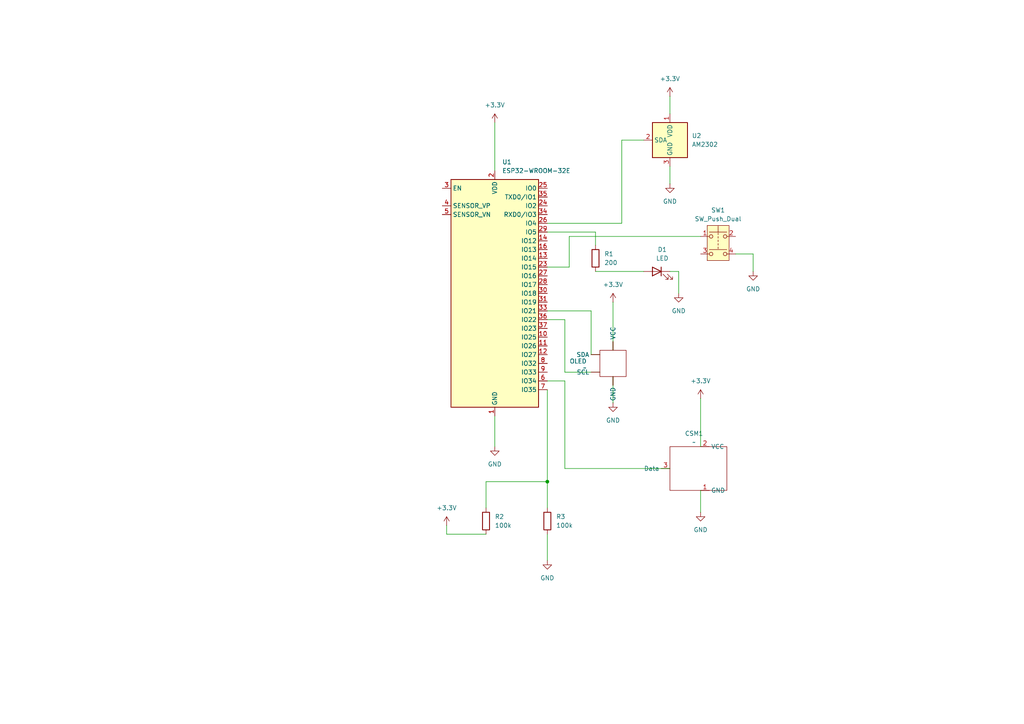
<source format=kicad_sch>
(kicad_sch (version 20250114) (generator "eeschema") (generator_version "9.0")
  (paper "A4")
  (lib_symbols
    (symbol "Device:LED" (pin_numbers (hide yes)) (pin_names (offset 1.016) (hide yes))
      (property "Reference" "D" (at 0 2.54 0))
      (property "Value" "LED" (at 0 -2.54 0))
      (symbol "LED_0_1"
        (polyline (pts (xy -3.048 -0.762) (xy -4.572 -2.286) (xy -3.81 -2.286) (xy -4.572 -2.286) (xy -4.572 -1.524)))
        (polyline (pts (xy -1.778 -0.762) (xy -3.302 -2.286) (xy -2.54 -2.286) (xy -3.302 -2.286) (xy -3.302 -1.524)))
        (polyline (pts (xy -1.27 0) (xy 1.27 0)))
        (polyline (pts (xy -1.27 -1.27) (xy -1.27 1.27)) (stroke (width 0.254)))
        (polyline (pts (xy 1.27 -1.27) (xy 1.27 1.27) (xy -1.27 0) (xy 1.27 -1.27)) (stroke (width 0.254)))
      )
      (symbol "LED_1_1"
        (pin passive line (at -3.81 0 0) (length 2.54) (name "K") (number "1"))
        (pin passive line (at 3.81 0 180) (length 2.54) (name "A") (number "2"))
      )
    )
    (symbol "Device:R" (pin_numbers (hide yes)) (pin_names (offset 0))
      (property "Reference" "R" (at 2.032 0 90))
      (property "Value" "R" (at 0 0 90))
      (symbol "R_0_1"
        (rectangle (start -1.016 -2.54) (end 1.016 2.54) (stroke (width 0.254)))
      )
      (symbol "R_1_1"
        (pin passive line (at 0 3.81 270) (length 1.27) (name "~") (number "1"))
        (pin passive line (at 0 -3.81 90) (length 1.27) (name "~") (number "2"))
      )
    )
    (symbol "RF_Module:ESP32-WROOM-32E"
      (property "Reference" "U" (at -12.7 34.29 0))
      (property "Value" "ESP32-WROOM-32E" (at 1.27 34.29 0))
      (symbol "ESP32-WROOM-32E_0_1"
        (rectangle (start -12.7 33.02) (end 12.7 -33.02) (stroke (width 0.254)) (fill (type background)))
      )
      (symbol "ESP32-WROOM-32E_1_1"
        (pin input line (at -15.24 30.48 0) (length 2.54) (name "EN") (number "3"))
        (pin input line (at -15.24 25.4 0) (length 2.54) (name "SENSOR_VP") (number "4"))
        (pin input line (at -15.24 22.86 0) (length 2.54) (name "SENSOR_VN") (number "5"))
        (pin no_connect line (at -12.7 0 0) (length 2.54) (hide yes) (name "NC") (number "21"))
        (pin no_connect line (at -12.7 -2.54 0) (length 2.54) (hide yes) (name "NC") (number "22"))
        (pin no_connect line (at -12.7 -5.08 0) (length 2.54) (hide yes) (name "NC") (number "17"))
        (pin no_connect line (at -12.7 -7.62 0) (length 2.54) (hide yes) (name "NC") (number "18"))
        (pin no_connect line (at -12.7 -10.16 0) (length 2.54) (hide yes) (name "NC") (number "20"))
        (pin no_connect line (at -12.7 -12.7 0) (length 2.54) (hide yes) (name "NC") (number "19"))
        (pin no_connect line (at -12.7 -27.94 0) (length 2.54) (hide yes) (name "NC") (number "32"))
        (pin power_in line (at 0 35.56 270) (length 2.54) (name "VDD") (number "2"))
        (pin power_in line (at 0 -35.56 90) (length 2.54) (name "GND") (number "1"))
        (pin passive line (at 0 -35.56 90) (length 2.54) (hide yes) (name "GND") (number "15"))
        (pin passive line (at 0 -35.56 90) (length 2.54) (hide yes) (name "GND") (number "38"))
        (pin passive line (at 0 -35.56 90) (length 2.54) (hide yes) (name "GND") (number "39"))
        (pin bidirectional line (at 15.24 30.48 180) (length 2.54) (name "IO0") (number "25"))
        (pin bidirectional line (at 15.24 27.94 180) (length 2.54) (name "TXD0/IO1") (number "35"))
        (pin bidirectional line (at 15.24 25.4 180) (length 2.54) (name "IO2") (number "24"))
        (pin bidirectional line (at 15.24 22.86 180) (length 2.54) (name "RXD0/IO3") (number "34"))
        (pin bidirectional line (at 15.24 20.32 180) (length 2.54) (name "IO4") (number "26"))
        (pin bidirectional line (at 15.24 17.78 180) (length 2.54) (name "IO5") (number "29"))
        (pin bidirectional line (at 15.24 15.24 180) (length 2.54) (name "IO12") (number "14"))
        (pin bidirectional line (at 15.24 12.7 180) (length 2.54) (name "IO13") (number "16"))
        (pin bidirectional line (at 15.24 10.16 180) (length 2.54) (name "IO14") (number "13"))
        (pin bidirectional line (at 15.24 7.62 180) (length 2.54) (name "IO15") (number "23"))
        (pin bidirectional line (at 15.24 5.08 180) (length 2.54) (name "IO16") (number "27"))
        (pin bidirectional line (at 15.24 2.54 180) (length 2.54) (name "IO17") (number "28"))
        (pin bidirectional line (at 15.24 0 180) (length 2.54) (name "IO18") (number "30"))
        (pin bidirectional line (at 15.24 -2.54 180) (length 2.54) (name "IO19") (number "31"))
        (pin bidirectional line (at 15.24 -5.08 180) (length 2.54) (name "IO21") (number "33"))
        (pin bidirectional line (at 15.24 -7.62 180) (length 2.54) (name "IO22") (number "36"))
        (pin bidirectional line (at 15.24 -10.16 180) (length 2.54) (name "IO23") (number "37"))
        (pin bidirectional line (at 15.24 -12.7 180) (length 2.54) (name "IO25") (number "10"))
        (pin bidirectional line (at 15.24 -15.24 180) (length 2.54) (name "IO26") (number "11"))
        (pin bidirectional line (at 15.24 -17.78 180) (length 2.54) (name "IO27") (number "12"))
        (pin bidirectional line (at 15.24 -20.32 180) (length 2.54) (name "IO32") (number "8"))
        (pin bidirectional line (at 15.24 -22.86 180) (length 2.54) (name "IO33") (number "9"))
        (pin input line (at 15.24 -25.4 180) (length 2.54) (name "IO34") (number "6"))
        (pin input line (at 15.24 -27.94 180) (length 2.54) (name "IO35") (number "7"))
      )
    )
    (symbol "Sensor:AM2302"
      (property "Reference" "U" (at -3.81 6.35 0))
      (property "Value" "AM2302" (at 3.81 6.35 0))
      (symbol "AM2302_0_1"
        (rectangle (start -5.08 5.08) (end 5.08 -5.08) (stroke (width 0.254)) (fill (type background)))
      )
      (symbol "AM2302_1_1"
        (pin power_in line (at 0 7.62 270) (length 2.54) (name "VDD") (number "1"))
        (pin power_in line (at 0 -7.62 90) (length 2.54) (name "GND") (number "3"))
        (pin passive line (at 0 -7.62 90) (length 2.54) (hide yes) (name "GND") (number "4"))
        (pin bidirectional line (at 7.62 0 180) (length 2.54) (name "SDA") (number "2"))
      )
    )
    (symbol "Switch:SW_Push_Dual" (pin_names (offset 1.016) (hide yes))
      (property "Reference" "SW" (at 0 7.62 0))
      (property "Value" "SW_Push_Dual" (at 0 -6.35 0))
      (symbol "SW_Push_Dual_0_1"
        (circle (center -2.032 2.54) (radius 0.508))
        (circle (center -2.032 -2.54) (radius 0.508))
        (polyline (pts (xy 0 3.81) (xy 0 5.588)))
        (polyline (pts (xy 0 3.048) (xy 0 3.556)))
        (polyline (pts (xy 0 2.032) (xy 0 2.54)))
        (polyline (pts (xy 0 1.016) (xy 0 1.524)))
        (polyline (pts (xy 0 0.508) (xy 0 0)))
        (polyline (pts (xy 0 -0.508) (xy 0 -1.016)))
        (circle (center 2.032 2.54) (radius 0.508))
        (circle (center 2.032 -2.54) (radius 0.508))
        (polyline (pts (xy 2.54 3.81) (xy -2.54 3.81)))
        (polyline (pts (xy 2.54 -1.27) (xy -2.54 -1.27)))
        (pin passive line (at -5.08 2.54 0) (length 2.54) (name "1") (number "1"))
        (pin passive line (at -5.08 -2.54 0) (length 2.54) (name "3") (number "3"))
        (pin passive line (at 5.08 2.54 180) (length 2.54) (name "2") (number "2"))
        (pin passive line (at 5.08 -2.54 180) (length 2.54) (name "4") (number "4"))
      )
      (symbol "SW_Push_Dual_1_1"
        (rectangle (start -3.175 5.715) (end 3.175 -4.445) (fill (type background)))
      )
    )
    (symbol "power:+3.3V" (power) (pin_numbers (hide yes)) (pin_names (offset 0) (hide yes))
      (property "Value" "+3.3V" (at 0 3.556 0))
      (symbol "+3.3V_0_1"
        (polyline (pts (xy -0.762 1.27) (xy 0 2.54)))
        (polyline (pts (xy 0 2.54) (xy 0.762 1.27)))
        (polyline (pts (xy 0 0) (xy 0 2.54)))
      )
      (symbol "+3.3V_1_1"
        (pin power_in line (at 0 0 90) (length 0) (name "~") (number "1"))
      )
    )
    (symbol "power:GND" (power) (pin_numbers (hide yes)) (pin_names (offset 0) (hide yes))
      (property "Value" "GND" (at 0 -3.81 0))
      (symbol "GND_0_1"
        (polyline (pts (xy 0 0) (xy 0 -1.27) (xy 1.27 -1.27) (xy 0 -2.54) (xy -1.27 -1.27) (xy 0 -1.27)))
      )
      (symbol "GND_1_1"
        (pin power_in line (at 0 0 270) (length 0) (name "~") (number "1"))
      )
    )
    (symbol "symbol_lib:Capacitive Soil Moisture"
      (property "Reference" "CSM" (at 0 0 0))
      (symbol "Capacitive Soil Moisture_0_1"
        (rectangle (start -8.89 6.35) (end 7.62 -6.35))
      )
      (symbol "Capacitive Soil Moisture_1_1"
        (pin output line (at -8.89 0 180) (length 2.54) (name "Data") (number "3"))
        (pin power_in line (at 0 6.35 0) (length 2.54) (name "VCC") (number "2"))
        (pin power_in line (at 0 -6.35 0) (length 2.54) (name "GND") (number "1"))
      )
    )
    (symbol "symbol_lib:OLED"
      (property "Reference" "O1" (at -7.62 0.6351 0))
      (property "Value" "~" (at -7.62 -1.27 0))
      (symbol "OLED_0_1"
        (rectangle (start -3.81 3.81) (end 3.81 -3.81))
      )
      (symbol "OLED_1_1"
        (pin output line (at -3.81 2.54 180) (length 2.54) (name "SDA") (number ""))
        (pin output line (at -3.81 -2.54 180) (length 2.54) (name "SCL") (number ""))
        (pin power_in line (at 0 3.81 90) (length 2.54) (name "VCC") (number ""))
        (pin power_in line (at 0 -3.81 270) (length 2.54) (name "GND") (number ""))
      )
    )
  )
  (junction (at 158.75 139.7))
  (wire (pts (xy 158.75 113.03) (xy 158.75 139.7)))
  (wire (pts (xy 129.54 154.94) (xy 129.54 152.4)))
  (wire (pts (xy 180.34 40.64) (xy 180.34 64.77)))
  (wire (pts (xy 158.75 77.47) (xy 165.1 77.47)))
  (wire (pts (xy 173.99 107.95) (xy 163.83 107.95)))
  (wire (pts (xy 163.83 110.49) (xy 163.83 135.89)))
  (wire (pts (xy 143.51 35.56) (xy 143.51 49.53)))
  (wire (pts (xy 171.45 102.87) (xy 171.45 90.17)))
  (wire (pts (xy 165.1 68.58) (xy 203.2 68.58)))
  (wire (pts (xy 140.97 154.94) (xy 129.54 154.94)))
  (wire (pts (xy 171.45 90.17) (xy 158.75 90.17)))
  (wire (pts (xy 180.34 64.77) (xy 158.75 64.77)))
  (wire (pts (xy 143.51 120.65) (xy 143.51 129.54)))
  (wire (pts (xy 194.31 78.74) (xy 196.85 78.74)))
  (wire (pts (xy 163.83 92.71) (xy 158.75 92.71)))
  (wire (pts (xy 158.75 67.31) (xy 172.72 67.31)))
  (wire (pts (xy 218.44 73.66) (xy 218.44 78.74)))
  (wire (pts (xy 158.75 110.49) (xy 163.83 110.49)))
  (wire (pts (xy 177.8 87.63) (xy 177.8 101.6)))
  (wire (pts (xy 196.85 78.74) (xy 196.85 85.09)))
  (wire (pts (xy 194.31 48.26) (xy 194.31 53.34)))
  (wire (pts (xy 140.97 147.32) (xy 140.97 139.7)))
  (wire (pts (xy 171.45 102.87) (xy 173.99 102.87)))
  (wire (pts (xy 172.72 67.31) (xy 172.72 71.12)))
  (wire (pts (xy 172.72 78.74) (xy 186.69 78.74)))
  (wire (pts (xy 165.1 77.47) (xy 165.1 68.58)))
  (wire (pts (xy 203.2 142.24) (xy 203.2 148.59)))
  (wire (pts (xy 158.75 139.7) (xy 158.75 147.32)))
  (wire (pts (xy 177.8 109.22) (xy 177.8 116.84)))
  (wire (pts (xy 194.31 27.94) (xy 194.31 33.02)))
  (wire (pts (xy 158.75 154.94) (xy 158.75 162.56)))
  (wire (pts (xy 213.36 73.66) (xy 218.44 73.66)))
  (wire (pts (xy 140.97 139.7) (xy 158.75 139.7)))
  (wire (pts (xy 203.2 115.57) (xy 203.2 129.54)))
  (wire (pts (xy 163.83 135.89) (xy 194.31 135.89)))
  (wire (pts (xy 180.34 40.64) (xy 186.69 40.64)))
  (wire (pts (xy 163.83 107.95) (xy 163.83 92.71)))
  (symbol (lib_id "power:GND") (at 143.51 129.54 0) (unit 1)
    (property "Reference" "#PWR02" (effects (hide yes)))
    (property "Value" "GND" (at 143.51 134.62 0))
    (property "Description" "Power symbol creates a global label with name \"GND\" , ground" (effects (hide yes)))
  )
  (symbol (lib_id "Device:R") (at 172.72 74.93 0) (unit 1)
    (property "Reference" "R1" (at 175.26 73.6599 0) (effects (justify left)))
    (property "Value" "200" (at 175.26 76.1999 0) (effects (justify left)))
    (property "Description" "Resistor" (effects (hide yes)))
  )
  (symbol (lib_id "power:+3.3V") (at 177.8 87.63 0) (unit 1)
    (property "Reference" "#PWR07" (effects (hide yes)))
    (property "Value" "+3.3V" (at 177.8 82.55 0))
    (property "Description" "Power symbol creates a global label with name \"+3.3V\"" (effects (hide yes)))
  )
  (symbol (lib_id "symbol_lib:OLED") (at 177.8 105.41 0) (unit 1)
    (property "Reference" "OLED" (at 170.18 104.7749 0) (effects (justify right)))
    (property "Value" "~" (at 170.18 106.68 0) (effects (justify right)))
  )
  (symbol (lib_id "power:GND") (at 194.31 53.34 0) (unit 1)
    (property "Reference" "#PWR04" (effects (hide yes)))
    (property "Value" "GND" (at 194.31 58.42 0))
    (property "Description" "Power symbol creates a global label with name \"GND\" , ground" (effects (hide yes)))
  )
  (symbol (lib_id "RF_Module:ESP32-WROOM-32E") (at 143.51 85.09 0) (unit 1)
    (property "Reference" "U1" (at 145.6533 46.99 0) (effects (justify left)))
    (property "Value" "ESP32-WROOM-32E" (at 145.6533 49.53 0) (effects (justify left)))
    (property "Footprint" "RF_Module:ESP32-WROOM-32D" (effects (hide yes)))
    (property "Datasheet" "https://www.espressif.com/sites/default/files/documentation/esp32-wroom-32e_esp32-wroom-32ue_datasheet_en.pdf" (effects (hide yes)))
    (property "Description" "RF Module, ESP32-D0WD-V3 SoC, without PSRAM, Wi-Fi 802.11b/g/n, Bluetooth, BLE, 32-bit, 2.7-3.6V, onboard antenna, SMD" (effects (hide yes)))
  )
  (symbol (lib_id "Device:R") (at 140.97 151.13 0) (unit 1)
    (property "Reference" "R2" (at 143.51 149.8599 0) (effects (justify left)))
    (property "Value" "100k" (at 143.51 152.3999 0) (effects (justify left)))
    (property "Description" "Resistor" (effects (hide yes)))
  )
  (symbol (lib_id "power:GND") (at 177.8 116.84 0) (unit 1)
    (property "Reference" "#PWR08" (effects (hide yes)))
    (property "Value" "GND" (at 177.8 121.92 0))
    (property "Description" "Power symbol creates a global label with name \"GND\" , ground" (effects (hide yes)))
  )
  (symbol (lib_id "power:GND") (at 158.75 162.56 0) (unit 1)
    (property "Reference" "#PWR011" (effects (hide yes)))
    (property "Value" "GND" (at 158.75 167.64 0))
    (property "Description" "Power symbol creates a global label with name \"GND\" , ground" (effects (hide yes)))
  )
  (symbol (lib_id "Device:R") (at 158.75 151.13 0) (unit 1)
    (property "Reference" "R3" (at 161.29 149.8599 0) (effects (justify left)))
    (property "Value" "100k" (at 161.29 152.3999 0) (effects (justify left)))
    (property "Description" "Resistor" (effects (hide yes)))
  )
  (symbol (lib_id "power:+3.3V") (at 143.51 35.56 0) (unit 1)
    (property "Reference" "#PWR01" (effects (hide yes)))
    (property "Value" "+3.3V" (at 143.51 30.48 0))
    (property "Description" "Power symbol creates a global label with name \"+3.3V\"" (effects (hide yes)))
  )
  (symbol (lib_id "power:GND") (at 196.85 85.09 0) (unit 1)
    (property "Reference" "#PWR010" (effects (hide yes)))
    (property "Value" "GND" (at 196.85 90.17 0))
    (property "Description" "Power symbol creates a global label with name \"GND\" , ground" (effects (hide yes)))
  )
  (symbol (lib_id "power:+3.3V") (at 129.54 152.4 0) (unit 1)
    (property "Reference" "#PWR012" (effects (hide yes)))
    (property "Value" "+3.3V" (at 129.54 147.32 0))
    (property "Description" "Power symbol creates a global label with name \"+3.3V\"" (effects (hide yes)))
  )
  (symbol (lib_id "Sensor:AM2302") (at 194.31 40.64 0) (mirror y) (unit 1)
    (property "Reference" "U2" (at 200.66 39.3699 0) (effects (justify right)))
    (property "Value" "AM2302" (at 200.66 41.9099 0) (effects (justify right)))
    (property "Footprint" "Sensor:ASAIR_AM2302_P2.54mm_Vertical" (effects (hide yes)))
    (property "Datasheet" "http://akizukidenshi.com/download/ds/aosong/AM2302.pdf" (effects (hide yes)))
    (property "Description" "3.3 to 5.0V, Temperature and humidity module,  DHT22, AM2302" (effects (hide yes)))
  )
  (symbol (lib_id "power:+3.3V") (at 203.2 115.57 0) (unit 1)
    (property "Reference" "#PWR06" (effects (hide yes)))
    (property "Value" "+3.3V" (at 203.2 110.49 0))
    (property "Description" "Power symbol creates a global label with name \"+3.3V\"" (effects (hide yes)))
  )
  (symbol (lib_id "power:GND") (at 203.2 148.59 0) (unit 1)
    (property "Reference" "#PWR05" (effects (hide yes)))
    (property "Value" "GND" (at 203.2 153.67 0))
    (property "Description" "Power symbol creates a global label with name \"GND\" , ground" (effects (hide yes)))
  )
  (symbol (lib_id "power:+3.3V") (at 194.31 27.94 0) (unit 1)
    (property "Reference" "#PWR03" (effects (hide yes)))
    (property "Value" "+3.3V" (at 194.31 22.86 0))
    (property "Description" "Power symbol creates a global label with name \"+3.3V\"" (effects (hide yes)))
  )
  (symbol (lib_id "power:GND") (at 218.44 78.74 0) (unit 1)
    (property "Reference" "#PWR09" (effects (hide yes)))
    (property "Value" "GND" (at 218.44 83.82 0))
    (property "Description" "Power symbol creates a global label with name \"GND\" , ground" (effects (hide yes)))
  )
  (symbol (lib_id "symbol_lib:Capacitive Soil Moisture") (at 203.2 135.89 0) (unit 1)
    (property "Reference" "CSM1" (at 201.295 125.73 0))
    (property "Value" "~" (at 201.295 128.27 0))
  )
  (symbol (lib_id "Switch:SW_Push_Dual") (at 208.28 71.12 0) (unit 1)
    (property "Reference" "SW1" (at 208.28 60.96 0))
    (property "Value" "SW_Push_Dual" (at 208.28 63.5 0))
    (property "Description" "Push button switch, generic, symbol, four pins" (effects (hide yes)))
  )
  (symbol (lib_id "Device:LED") (at 190.5 78.74 0) (mirror y) (unit 1)
    (property "Reference" "D1" (at 192.0875 72.39 0))
    (property "Value" "LED" (at 192.0875 74.93 0))
    (property "Description" "Light emitting diode" (effects (hide yes)))
    (property "Sim.Pins" "1=K 2=A" (effects (hide yes)))
  )
)
</source>
